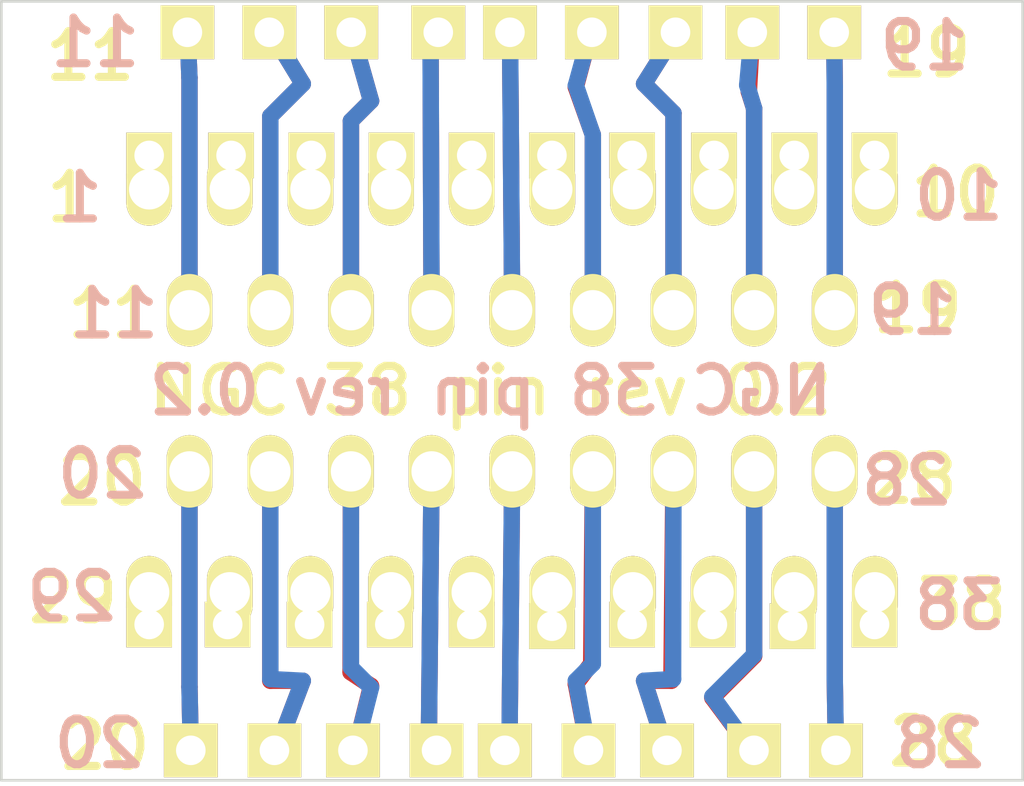
<source format=kicad_pcb>
(kicad_pcb (version 3) (host pcbnew "(2013-07-07 BZR 4022)-stable")

  (general
    (links 38)
    (no_connects 0)
    (area 130.949999 132.969 169.050001 165.053714)
    (thickness 1.6)
    (drawings 30)
    (tracks 96)
    (zones 0)
    (modules 5)
    (nets 39)
  )

  (page A)
  (title_block 
    (title "NGC 38 pin")
    (rev R0.1)
    (company gerefi)
  )

  (layers
    (15 F.Cu signal)
    (0 B.Cu signal)
    (16 B.Adhes user)
    (17 F.Adhes user)
    (18 B.Paste user)
    (19 F.Paste user)
    (20 B.SilkS user)
    (21 F.SilkS user)
    (22 B.Mask user)
    (23 F.Mask user)
    (24 Dwgs.User user)
    (25 Cmts.User user)
    (26 Eco1.User user)
    (27 Eco2.User user)
    (28 Edge.Cuts user)
  )

  (setup
    (last_trace_width 0.6096)
    (trace_clearance 0.254)
    (zone_clearance 0.508)
    (zone_45_only no)
    (trace_min 0.254)
    (segment_width 0.2)
    (edge_width 0.1)
    (via_size 0.889)
    (via_drill 0.635)
    (via_min_size 0.889)
    (via_min_drill 0.508)
    (uvia_size 0.508)
    (uvia_drill 0.127)
    (uvias_allowed no)
    (uvia_min_size 0.508)
    (uvia_min_drill 0.127)
    (pcb_text_width 0.3)
    (pcb_text_size 1.5 1.5)
    (mod_edge_width 0.15)
    (mod_text_size 1 1)
    (mod_text_width 0.15)
    (pad_size 2 2)
    (pad_drill 1.1)
    (pad_to_mask_clearance 0)
    (aux_axis_origin 0 0)
    (visible_elements 7FFFFB3F)
    (pcbplotparams
      (layerselection 334528513)
      (usegerberextensions true)
      (excludeedgelayer true)
      (linewidth 0.150000)
      (plotframeref false)
      (viasonmask false)
      (mode 1)
      (useauxorigin false)
      (hpglpennumber 1)
      (hpglpenspeed 20)
      (hpglpendiameter 15)
      (hpglpenoverlay 2)
      (psnegative false)
      (psa4output false)
      (plotreference true)
      (plotvalue true)
      (plotothertext true)
      (plotinvisibletext false)
      (padsonsilk false)
      (subtractmaskfromsilk false)
      (outputformat 1)
      (mirror false)
      (drillshape 0)
      (scaleselection 1)
      (outputdirectory NGC_38_connector_gerber))
  )

  (net 0 "")
  (net 1 N-000001)
  (net 2 N-0000010)
  (net 3 N-0000011)
  (net 4 N-0000012)
  (net 5 N-0000013)
  (net 6 N-0000014)
  (net 7 N-0000015)
  (net 8 N-0000016)
  (net 9 N-0000017)
  (net 10 N-0000018)
  (net 11 N-0000019)
  (net 12 N-000002)
  (net 13 N-0000020)
  (net 14 N-0000021)
  (net 15 N-0000022)
  (net 16 N-0000023)
  (net 17 N-0000024)
  (net 18 N-0000025)
  (net 19 N-0000026)
  (net 20 N-0000027)
  (net 21 N-0000028)
  (net 22 N-0000029)
  (net 23 N-000003)
  (net 24 N-0000030)
  (net 25 N-0000031)
  (net 26 N-0000032)
  (net 27 N-0000033)
  (net 28 N-0000034)
  (net 29 N-0000035)
  (net 30 N-0000036)
  (net 31 N-0000037)
  (net 32 N-0000038)
  (net 33 N-000004)
  (net 34 N-000005)
  (net 35 N-000006)
  (net 36 N-000007)
  (net 37 N-000008)
  (net 38 N-000009)

  (net_class Default "This is the default net class."
    (clearance 0.254)
    (trace_width 0.6096)
    (via_dia 0.889)
    (via_drill 0.635)
    (uvia_dia 0.508)
    (uvia_drill 0.127)
    (add_net "")
    (add_net N-000001)
    (add_net N-0000010)
    (add_net N-0000011)
    (add_net N-0000012)
    (add_net N-0000013)
    (add_net N-0000014)
    (add_net N-0000015)
    (add_net N-0000016)
    (add_net N-0000017)
    (add_net N-0000018)
    (add_net N-0000019)
    (add_net N-000002)
    (add_net N-0000020)
    (add_net N-0000021)
    (add_net N-0000022)
    (add_net N-0000023)
    (add_net N-0000024)
    (add_net N-0000025)
    (add_net N-0000026)
    (add_net N-0000027)
    (add_net N-0000028)
    (add_net N-0000029)
    (add_net N-000003)
    (add_net N-0000030)
    (add_net N-0000031)
    (add_net N-0000032)
    (add_net N-0000033)
    (add_net N-0000034)
    (add_net N-0000035)
    (add_net N-0000036)
    (add_net N-0000037)
    (add_net N-0000038)
    (add_net N-000004)
    (add_net N-000005)
    (add_net N-000006)
    (add_net N-000007)
    (add_net N-000008)
    (add_net N-000009)
  )

  (module SIL-10 (layer F.Cu) (tedit 5569DE2C) (tstamp 5569D8A5)
    (at 149.708 141.237)
    (descr "Connecteur 10 pins")
    (tags "CONN DEV")
    (path /543BAEB3)
    (fp_text reference P2 (at -14.605 0) (layer F.SilkS) hide
      (effects (font (size 1.72974 1.08712) (thickness 0.27178)))
    )
    (fp_text value CONN_10 (at 6.35 -2.54) (layer F.SilkS) hide
      (effects (font (size 1.524 1.016) (thickness 0.254)))
    )
    (pad 1 thru_hole rect (at -13.208 0) (size 1.7 1.7) (drill 1.1)
      (layers *.Cu *.Mask F.SilkS)
      (net 3 N-0000011)
    )
    (pad 2 thru_hole rect (at -10.16 0) (size 1.7 1.7) (drill 1.1)
      (layers *.Cu *.Mask F.SilkS)
      (net 2 N-0000010)
    )
    (pad 3 thru_hole rect (at -7.1755 0) (size 1.7 1.7) (drill 1.1)
      (layers *.Cu *.Mask F.SilkS)
      (net 38 N-000009)
    )
    (pad 4 thru_hole rect (at -4.191 0) (size 1.7 1.7) (drill 1.1)
      (layers *.Cu *.Mask F.SilkS)
      (net 37 N-000008)
    )
    (pad 5 thru_hole rect (at -1.2065 0) (size 1.7 1.7) (drill 1.1)
      (layers *.Cu *.Mask F.SilkS)
      (net 36 N-000007)
    )
    (pad 6 thru_hole rect (at 1.778 0) (size 1.7 1.7) (drill 1.1)
      (layers *.Cu *.Mask F.SilkS)
      (net 35 N-000006)
    )
    (pad 7 thru_hole rect (at 4.7625 0) (size 1.7 1.7) (drill 1.1)
      (layers *.Cu *.Mask F.SilkS)
      (net 34 N-000005)
    )
    (pad 8 thru_hole rect (at 7.8105 0) (size 1.7 1.7) (drill 1.1)
      (layers *.Cu *.Mask F.SilkS)
      (net 33 N-000004)
    )
    (pad 9 thru_hole rect (at 10.795 0) (size 1.7 1.7) (drill 1.1)
      (layers *.Cu *.Mask F.SilkS)
      (net 23 N-000003)
    )
    (pad 10 thru_hole rect (at 13.7795 0) (size 1.7 1.7) (drill 1.1)
      (layers *.Cu *.Mask F.SilkS)
      (net 12 N-000002)
    )
  )

  (module SIL-9 (layer F.Cu) (tedit 5569EAD8) (tstamp 543ED05C)
    (at 149.733 163.3855)
    (descr "Connecteur 9 pins")
    (tags "CONN DEV")
    (path /543ECFDE)
    (fp_text reference P5 (at -13.335 0) (layer F.SilkS) hide
      (effects (font (size 1.72974 1.08712) (thickness 0.27178)))
    )
    (fp_text value CONN_9 (at 5.08 -2.54) (layer F.SilkS) hide
      (effects (font (size 1.524 1.016) (thickness 0.254)))
    )
    (pad 1 thru_hole rect (at -11.684 0) (size 2 2) (drill 1.1)
      (layers *.Cu *.Mask F.SilkS)
      (net 8 N-0000016)
    )
    (pad 2 thru_hole rect (at -8.5725 0) (size 2 2) (drill 1.1)
      (layers *.Cu *.Mask F.SilkS)
      (net 21 N-0000028)
    )
    (pad 3 thru_hole rect (at -5.6515 0) (size 2 2) (drill 1.1)
      (layers *.Cu *.Mask F.SilkS)
      (net 20 N-0000027)
    )
    (pad 4 thru_hole rect (at -2.54 0) (size 2 2) (drill 1.1)
      (layers *.Cu *.Mask F.SilkS)
      (net 19 N-0000026)
    )
    (pad 5 thru_hole rect (at 0 0) (size 2 2) (drill 1.1)
      (layers *.Cu *.Mask F.SilkS)
      (net 18 N-0000025)
    )
    (pad 6 thru_hole rect (at 3.1115 0) (size 2 2) (drill 1.1)
      (layers *.Cu *.Mask F.SilkS)
      (net 17 N-0000024)
    )
    (pad 7 thru_hole rect (at 6.0325 0) (size 2 2) (drill 1.1)
      (layers *.Cu *.Mask F.SilkS)
      (net 16 N-0000023)
    )
    (pad 8 thru_hole rect (at 9.271 0) (size 2 2) (drill 1.1)
      (layers *.Cu *.Mask F.SilkS)
      (net 15 N-0000022)
    )
    (pad 9 thru_hole rect (at 12.319 0) (size 2 2) (drill 1.1)
      (layers *.Cu *.Mask F.SilkS)
      (net 14 N-0000021)
    )
  )

  (module SIL-9 (layer F.Cu) (tedit 5569EACB) (tstamp 543ED06E)
    (at 149.7965 136.652)
    (descr "Connecteur 9 pins")
    (tags "CONN DEV")
    (path /543ECFEB)
    (fp_text reference P3 (at -13.09 0.11) (layer F.SilkS) hide
      (effects (font (size 1.72974 1.08712) (thickness 0.27178)))
    )
    (fp_text value CONN_9 (at 5.08 -2.54) (layer F.SilkS) hide
      (effects (font (size 1.524 1.016) (thickness 0.254)))
    )
    (pad 1 thru_hole rect (at -11.8745 0) (size 2 2) (drill 1.1)
      (layers *.Cu *.Mask F.SilkS)
      (net 13 N-0000020)
    )
    (pad 2 thru_hole rect (at -8.8265 0) (size 2 2) (drill 1.1)
      (layers *.Cu *.Mask F.SilkS)
      (net 11 N-0000019)
    )
    (pad 3 thru_hole rect (at -5.7785 0) (size 2 2) (drill 1.1)
      (layers *.Cu *.Mask F.SilkS)
      (net 10 N-0000018)
    )
    (pad 4 thru_hole rect (at -2.54 0) (size 2 2) (drill 1.1)
      (layers *.Cu *.Mask F.SilkS)
      (net 9 N-0000017)
    )
    (pad 5 thru_hole rect (at 0.127 0) (size 2 2) (drill 1.1)
      (layers *.Cu *.Mask F.SilkS)
      (net 1 N-000001)
    )
    (pad 6 thru_hole rect (at 3.175 0) (size 2 2) (drill 1.1)
      (layers *.Cu *.Mask F.SilkS)
      (net 7 N-0000015)
    )
    (pad 7 thru_hole rect (at 6.2865 0) (size 2 2) (drill 1.1)
      (layers *.Cu *.Mask F.SilkS)
      (net 6 N-0000014)
    )
    (pad 8 thru_hole rect (at 9.144 0) (size 2 2) (drill 1.1)
      (layers *.Cu *.Mask F.SilkS)
      (net 5 N-0000013)
    )
    (pad 9 thru_hole rect (at 12.192 0) (size 2 2) (drill 1.1)
      (layers *.Cu *.Mask F.SilkS)
      (net 4 N-0000012)
    )
  )

  (module SIL-10 (layer F.Cu) (tedit 5569E2BE) (tstamp 543ED081)
    (at 149.2635 158.6995)
    (descr "Connecteur 10 pins")
    (tags "CONN DEV")
    (path /543ECFCF)
    (fp_text reference P4 (at -14.605 0) (layer F.SilkS) hide
      (effects (font (size 1.72974 1.08712) (thickness 0.27178)))
    )
    (fp_text value CONN_10 (at 6.35 -2.54) (layer F.SilkS) hide
      (effects (font (size 1.524 1.016) (thickness 0.254)))
    )
    (pad 1 thru_hole rect (at -12.7635 0) (size 1.7 1.7) (drill 1.1)
      (layers *.Cu *.Mask F.SilkS)
      (net 29 N-0000035)
    )
    (pad 2 thru_hole rect (at -9.8425 0) (size 1.7 1.7) (drill 1.1)
      (layers *.Cu *.Mask F.SilkS)
      (net 28 N-0000034)
    )
    (pad 3 thru_hole rect (at -6.7945 0) (size 1.7 1.7) (drill 1.1)
      (layers *.Cu *.Mask F.SilkS)
      (net 22 N-0000029)
    )
    (pad 4 thru_hole rect (at -3.81 0) (size 1.7 1.7) (drill 1.1)
      (layers *.Cu *.Mask F.SilkS)
      (net 26 N-0000032)
    )
    (pad 5 thru_hole rect (at -0.762 0) (size 1.7 1.7) (drill 1.1)
      (layers *.Cu *.Mask F.SilkS)
      (net 25 N-0000031)
    )
    (pad 6 thru_hole rect (at 2.2225 0.0635) (size 1.7 1.7) (drill 1.1)
      (layers *.Cu *.Mask F.SilkS)
      (net 24 N-0000030)
    )
    (pad 7 thru_hole rect (at 5.207 0) (size 1.7 1.7) (drill 1.1)
      (layers *.Cu *.Mask F.SilkS)
      (net 32 N-0000038)
    )
    (pad 8 thru_hole rect (at 8.1915 0) (size 1.7 1.7) (drill 1.1)
      (layers *.Cu *.Mask F.SilkS)
      (net 31 N-0000037)
    )
    (pad 9 thru_hole rect (at 11.176 0.0635) (size 1.7 1.7) (drill 1.1)
      (layers *.Cu *.Mask F.SilkS)
      (net 30 N-0000036)
    )
    (pad 10 thru_hole rect (at 14.224 0) (size 1.7 1.7) (drill 1.1)
      (layers *.Cu *.Mask F.SilkS)
      (net 27 N-0000033)
    )
  )

  (module PCM_C1 (layer F.Cu) (tedit 54478AE1) (tstamp 5446FAEB)
    (at 136.5 150)
    (descr PCM_CON_4x38_C1)
    (tags PCM_CON_4x38_C1)
    (path /543BAB9B)
    (fp_text reference P1 (at -1.27 0) (layer F.SilkS) hide
      (effects (font (size 1.5 1) (thickness 0.15)))
    )
    (fp_text value DIL38 (at -2.25 0) (layer F.SilkS) hide
      (effects (font (size 1.5 1) (thickness 0.15)))
    )
    (pad 1 thru_hole oval (at 0 -7.5) (size 1.7 2.7) (drill 1.5)
      (layers *.Cu *.Mask F.SilkS)
      (net 3 N-0000011)
      (zone_connect 2)
    )
    (pad 2 thru_hole oval (at 3 -7.5) (size 1.7 2.7) (drill 1.5)
      (layers *.Cu *.Mask F.SilkS)
      (net 2 N-0000010)
    )
    (pad 3 thru_hole oval (at 6 -7.5) (size 1.7 2.7) (drill 1.5)
      (layers *.Cu *.Mask F.SilkS)
      (net 38 N-000009)
    )
    (pad 4 thru_hole oval (at 9 -7.5) (size 1.7 2.7) (drill 1.5)
      (layers *.Cu *.Mask F.SilkS)
      (net 37 N-000008)
    )
    (pad 5 thru_hole oval (at 12 -7.5) (size 1.7 2.7) (drill 1.5)
      (layers *.Cu *.Mask F.SilkS)
      (net 36 N-000007)
    )
    (pad 6 thru_hole oval (at 15 -7.5) (size 1.7 2.7) (drill 1.5)
      (layers *.Cu *.Mask F.SilkS)
      (net 35 N-000006)
    )
    (pad 7 thru_hole oval (at 18 -7.5) (size 1.7 2.7) (drill 1.5)
      (layers *.Cu *.Mask F.SilkS)
      (net 34 N-000005)
    )
    (pad 8 thru_hole oval (at 21 -7.5) (size 1.7 2.7) (drill 1.5)
      (layers *.Cu *.Mask F.SilkS)
      (net 33 N-000004)
    )
    (pad 9 thru_hole oval (at 24 -7.5) (size 1.7 2.7) (drill 1.5)
      (layers *.Cu *.Mask F.SilkS)
      (net 23 N-000003)
    )
    (pad 10 thru_hole oval (at 27 -7.5) (size 1.7 2.7) (drill 1.5)
      (layers *.Cu *.Mask F.SilkS)
      (net 12 N-000002)
    )
    (pad 29 thru_hole oval (at 0 7.5) (size 1.7 2.7) (drill 1.5)
      (layers *.Cu *.Mask F.SilkS)
      (net 29 N-0000035)
    )
    (pad 30 thru_hole oval (at 3 7.5) (size 1.7 2.7) (drill 1.5)
      (layers *.Cu *.Mask F.SilkS)
      (net 28 N-0000034)
    )
    (pad 31 thru_hole oval (at 6 7.5) (size 1.7 2.7) (drill 1.5)
      (layers *.Cu *.Mask F.SilkS)
      (net 22 N-0000029)
    )
    (pad 32 thru_hole oval (at 9 7.5) (size 1.7 2.7) (drill 1.5)
      (layers *.Cu *.Mask F.SilkS)
      (net 26 N-0000032)
    )
    (pad 33 thru_hole oval (at 12 7.5) (size 1.7 2.7) (drill 1.5)
      (layers *.Cu *.Mask F.SilkS)
      (net 25 N-0000031)
    )
    (pad 34 thru_hole oval (at 15 7.5) (size 1.7 2.7) (drill 1.5)
      (layers *.Cu *.Mask F.SilkS)
      (net 24 N-0000030)
    )
    (pad 35 thru_hole oval (at 18 7.5) (size 1.7 2.7) (drill 1.5)
      (layers *.Cu *.Mask F.SilkS)
      (net 32 N-0000038)
    )
    (pad 36 thru_hole oval (at 21 7.5) (size 1.7 2.7) (drill 1.5)
      (layers *.Cu *.Mask F.SilkS)
      (net 31 N-0000037)
    )
    (pad 37 thru_hole oval (at 24 7.5) (size 1.7 2.7) (drill 1.5)
      (layers *.Cu *.Mask F.SilkS)
      (net 30 N-0000036)
    )
    (pad 38 thru_hole oval (at 27 7.5) (size 1.7 2.7) (drill 1.5)
      (layers *.Cu *.Mask F.SilkS)
      (net 27 N-0000033)
    )
    (pad 11 thru_hole oval (at 1.5 -3) (size 1.7 2.7) (drill 1.5)
      (layers *.Cu *.Mask F.SilkS)
      (net 13 N-0000020)
    )
    (pad 12 thru_hole oval (at 4.508 -3) (size 1.7 2.7) (drill 1.5)
      (layers *.Cu *.Mask F.SilkS)
      (net 11 N-0000019)
    )
    (pad 13 thru_hole oval (at 7.508 -3) (size 1.7 2.7) (drill 1.5)
      (layers *.Cu *.Mask F.SilkS)
      (net 10 N-0000018)
    )
    (pad 14 thru_hole oval (at 10.508 -3) (size 1.7 2.7) (drill 1.5)
      (layers *.Cu *.Mask F.SilkS)
      (net 9 N-0000017)
    )
    (pad 15 thru_hole oval (at 13.508 -3) (size 1.7 2.7) (drill 1.5)
      (layers *.Cu *.Mask F.SilkS)
      (net 1 N-000001)
    )
    (pad 16 thru_hole oval (at 16.508 -3) (size 1.7 2.7) (drill 1.5)
      (layers *.Cu *.Mask F.SilkS)
      (net 7 N-0000015)
    )
    (pad 17 thru_hole oval (at 19.508 -3) (size 1.7 2.7) (drill 1.5)
      (layers *.Cu *.Mask F.SilkS)
      (net 6 N-0000014)
    )
    (pad 18 thru_hole oval (at 22.508 -3) (size 1.7 2.7) (drill 1.5)
      (layers *.Cu *.Mask F.SilkS)
      (net 5 N-0000013)
    )
    (pad 19 thru_hole oval (at 25.508 -3) (size 1.7 2.7) (drill 1.5)
      (layers *.Cu *.Mask F.SilkS)
      (net 4 N-0000012)
    )
    (pad 20 thru_hole oval (at 1.5 3) (size 1.7 2.7) (drill 1.5)
      (layers *.Cu *.Mask F.SilkS)
      (net 8 N-0000016)
    )
    (pad 21 thru_hole oval (at 4.508 3) (size 1.7 2.7) (drill 1.5)
      (layers *.Cu *.Mask F.SilkS)
      (net 21 N-0000028)
    )
    (pad 22 thru_hole oval (at 7.508 3) (size 1.7 2.7) (drill 1.5)
      (layers *.Cu *.Mask F.SilkS)
      (net 20 N-0000027)
    )
    (pad 23 thru_hole oval (at 10.508 3) (size 1.7 2.7) (drill 1.5)
      (layers *.Cu *.Mask F.SilkS)
      (net 19 N-0000026)
    )
    (pad 24 thru_hole oval (at 13.508 3) (size 1.7 2.7) (drill 1.5)
      (layers *.Cu *.Mask F.SilkS)
      (net 18 N-0000025)
    )
    (pad 25 thru_hole oval (at 16.508 3) (size 1.7 2.7) (drill 1.5)
      (layers *.Cu *.Mask F.SilkS)
      (net 17 N-0000024)
    )
    (pad 26 thru_hole oval (at 19.508 3) (size 1.7 2.7) (drill 1.5)
      (layers *.Cu *.Mask F.SilkS)
      (net 16 N-0000023)
    )
    (pad 27 thru_hole oval (at 22.508 3) (size 1.7 2.7) (drill 1.5)
      (layers *.Cu *.Mask F.SilkS)
      (net 15 N-0000022)
    )
    (pad 28 thru_hole oval (at 25.508 3) (size 1.7 2.7) (drill 1.5)
      (layers *.Cu *.Mask F.SilkS)
      (net 14 N-0000021)
    )
  )

  (gr_text 20 (at 134.62 163.1315) (layer B.SilkS)
    (effects (font (size 1.7 1.7) (thickness 0.3)) (justify mirror))
  )
  (gr_text 20 (at 134.747 153.0985) (layer B.SilkS)
    (effects (font (size 1.7 1.7) (thickness 0.3)) (justify mirror))
  )
  (gr_text 28 (at 165.9255 163.1315) (layer B.SilkS)
    (effects (font (size 1.7 1.7) (thickness 0.3)) (justify mirror))
  )
  (gr_text 28 (at 164.6555 153.3525) (layer B.SilkS)
    (effects (font (size 1.7 1.7) (thickness 0.3)) (justify mirror))
  )
  (gr_text 28 (at 164.9095 153.289) (layer F.SilkS)
    (effects (font (size 1.7 1.7) (thickness 0.3)))
  )
  (gr_text 28 (at 165.6715 163.068) (layer F.SilkS)
    (effects (font (size 1.7 1.7) (thickness 0.3)))
  )
  (gr_text 20 (at 134.874 163.195) (layer F.SilkS)
    (effects (font (size 1.7 1.7) (thickness 0.3)))
  )
  (gr_text 20 (at 134.747 153.3525) (layer F.SilkS)
    (effects (font (size 1.7 1.7) (thickness 0.3)))
  )
  (gr_text 38 (at 166.751 157.9245) (layer F.SilkS)
    (effects (font (size 1.7 1.7) (thickness 0.3)))
  )
  (gr_text 29 (at 133.6675 157.734) (layer F.SilkS)
    (effects (font (size 1.7 1.7) (thickness 0.3)))
  )
  (gr_text 29 (at 133.604 157.6705) (layer B.SilkS)
    (effects (font (size 1.7 1.7) (thickness 0.3)) (justify mirror))
  )
  (gr_text 11 (at 135.1915 147.1295) (layer B.SilkS)
    (effects (font (size 1.7 1.7) (thickness 0.3)) (justify mirror))
  )
  (gr_text 11 (at 134.493 137.033) (layer B.SilkS)
    (effects (font (size 1.7 1.7) (thickness 0.3)) (justify mirror))
  )
  (gr_text 11 (at 135.128 147.1295) (layer F.SilkS)
    (effects (font (size 1.7 1.7) (thickness 0.3)))
  )
  (gr_text 11 (at 134.3025 137.541) (layer F.SilkS)
    (effects (font (size 1.7 1.7) (thickness 0.3)))
  )
  (gr_text 1 (at 133.5405 142.8115) (layer F.SilkS)
    (effects (font (size 1.7 1.7) (thickness 0.3)))
  )
  (gr_text 1 (at 133.9215 142.8115) (layer B.SilkS)
    (effects (font (size 1.7 1.7) (thickness 0.3)) (justify mirror))
  )
  (gr_text 19 (at 165.354 137.16) (layer B.SilkS)
    (effects (font (size 1.7 1.7) (thickness 0.3)) (justify mirror))
  )
  (gr_text 19 (at 165.4175 137.414) (layer F.SilkS)
    (effects (font (size 1.7 1.7) (thickness 0.3)))
  )
  (gr_text 19 (at 165.1 146.939) (layer F.SilkS)
    (effects (font (size 1.7 1.7) (thickness 0.3)))
  )
  (gr_text 10 (at 166.497 142.621) (layer F.SilkS)
    (effects (font (size 1.7 1.7) (thickness 0.3)))
  )
  (gr_text 38 (at 166.624 157.988) (layer B.SilkS)
    (effects (font (size 1.7 1.7) (thickness 0.3)) (justify mirror))
  )
  (gr_text 19 (at 164.9095 147.0025) (layer B.SilkS)
    (effects (font (size 1.7 1.7) (thickness 0.3)) (justify mirror))
  )
  (gr_text 10 (at 166.624 142.748) (layer B.SilkS)
    (effects (font (size 1.7 1.7) (thickness 0.3)) (justify mirror))
  )
  (gr_text "NGC 38 pin rev 0.2" (at 149.2 150) (layer B.SilkS)
    (effects (font (size 1.7 1.7) (thickness 0.3)) (justify mirror))
  )
  (gr_line (start 169 135.5) (end 131 135.5) (angle 90) (layer Edge.Cuts) (width 0.1))
  (gr_line (start 169 164.5) (end 169 135.5) (angle 90) (layer Edge.Cuts) (width 0.1))
  (gr_line (start 131 164.5) (end 131 135.5) (angle 90) (layer Edge.Cuts) (width 0.1))
  (gr_line (start 169 164.5) (end 131 164.5) (angle 90) (layer Edge.Cuts) (width 0.1))
  (gr_text "NGC 38 pin rev 0.2" (at 149.2 150) (layer F.SilkS)
    (effects (font (size 1.7 1.7) (thickness 0.3)))
  )

  (segment (start 150.008 147) (end 149.9235 136.271) (width 0.6096) (layer F.Cu) (net 1) (status 20))
  (segment (start 149.9235 136.271) (end 149.9235 136.271) (width 0.6096) (layer F.Cu) (net 1) (tstamp 54471B44) (status 30))
  (segment (start 150.008 147) (end 149.9235 136.271) (width 0.6096) (layer B.Cu) (net 1) (status 20))
  (segment (start 149.9235 136.271) (end 149.9235 136.271) (width 0.6096) (layer B.Cu) (net 1) (tstamp 544718A4) (status 30))
  (segment (start 149.9235 136.271) (end 149.9235 136.271) (width 0.254) (layer F.Cu) (net 1) (tstamp 544638F0) (status 30))
  (segment (start 162.008 147) (end 162.008 138.678) (width 0.6096) (layer F.Cu) (net 4))
  (segment (start 162.008 138.678) (end 161.9885 136.5885) (width 0.6096) (layer F.Cu) (net 4) (tstamp 54471B02) (status 20))
  (segment (start 162.008 147) (end 162.008 138.678) (width 0.6096) (layer B.Cu) (net 4))
  (segment (start 162.008 138.678) (end 161.9885 136.5885) (width 0.6096) (layer B.Cu) (net 4) (tstamp 5447186E) (status 20))
  (segment (start 159.008 147) (end 159.008 139.488) (width 0.6096) (layer F.Cu) (net 5))
  (segment (start 159.008 139.488) (end 158.8135 138.8745) (width 0.6096) (layer F.Cu) (net 5) (tstamp 54471B13))
  (segment (start 158.8135 138.8745) (end 158.9405 136.525) (width 0.6096) (layer F.Cu) (net 5) (tstamp 54471B15) (status 20))
  (segment (start 159.008 147) (end 159.008 139.488) (width 0.6096) (layer B.Cu) (net 5))
  (segment (start 158.75 138.6205) (end 158.9405 136.525) (width 0.6096) (layer B.Cu) (net 5) (tstamp 54471882) (status 20))
  (segment (start 159.008 139.488) (end 158.75 138.6205) (width 0.6096) (layer B.Cu) (net 5) (tstamp 5447187B))
  (segment (start 156.008 147) (end 156.008 139.663) (width 0.6096) (layer F.Cu) (net 6))
  (segment (start 156.008 139.663) (end 154.915 138.57) (width 0.6096) (layer F.Cu) (net 6) (tstamp 54471B24))
  (segment (start 154.915 138.57) (end 156.083 136.7155) (width 0.6096) (layer F.Cu) (net 6) (tstamp 54471B26) (status 20))
  (segment (start 156.008 147) (end 156.008 139.663) (width 0.6096) (layer B.Cu) (net 6))
  (segment (start 154.915 138.57) (end 156.083 136.7155) (width 0.6096) (layer B.Cu) (net 6) (tstamp 5447188D) (status 20))
  (segment (start 156.008 139.663) (end 154.915 138.57) (width 0.6096) (layer B.Cu) (net 6) (tstamp 5447188B))
  (segment (start 153.008 147) (end 153.008 140.473) (width 0.6096) (layer F.Cu) (net 7))
  (segment (start 152.375 138.697) (end 152.9715 136.4615) (width 0.6096) (layer F.Cu) (net 7) (tstamp 54471B36) (status 20))
  (segment (start 153.008 147) (end 153.008 140.473) (width 0.6096) (layer B.Cu) (net 7))
  (segment (start 152.375 138.6335) (end 152.9715 136.4615) (width 0.6096) (layer B.Cu) (net 7) (tstamp 5447189B) (status 20))
  (segment (start 153.008 140.473) (end 152.375 138.697) (width 0.6096) (layer F.Cu) (net 7) (tstamp 54471B34))
  (segment (start 153.008 140.473) (end 152.375 138.6335) (width 0.6096) (layer B.Cu) (net 7) (tstamp 54471897))
  (segment (start 138 153) (end 138 161.025) (width 0.6096) (layer F.Cu) (net 8))
  (segment (start 138 161.025) (end 138.049 163.322) (width 0.6096) (layer F.Cu) (net 8) (tstamp 54471A81) (status 20))
  (segment (start 138 153) (end 138 161.025) (width 0.6096) (layer B.Cu) (net 8))
  (segment (start 138 161.025) (end 138.049 163.322) (width 0.6096) (layer B.Cu) (net 8) (tstamp 544717A5) (status 20))
  (segment (start 147.008 147) (end 146.9695 136.939) (width 0.6096) (layer F.Cu) (net 9) (status 20))
  (segment (start 146.9695 136.939) (end 147.2565 136.652) (width 0.6096) (layer F.Cu) (net 9) (tstamp 54471B53) (status 30))
  (segment (start 147.008 147) (end 146.9695 136.939) (width 0.6096) (layer B.Cu) (net 9) (status 20))
  (segment (start 146.9695 136.939) (end 147.2565 136.652) (width 0.6096) (layer B.Cu) (net 9) (tstamp 544718AE) (status 30))
  (segment (start 144.008 147) (end 144.008 139.952) (width 0.6096) (layer F.Cu) (net 10))
  (segment (start 144.008 139.952) (end 144.755 139.205) (width 0.6096) (layer F.Cu) (net 10) (tstamp 54471B62))
  (segment (start 144.755 139.205) (end 144.018 136.5885) (width 0.6096) (layer F.Cu) (net 10) (tstamp 54471B64) (status 20))
  (segment (start 144.008 147) (end 144.008 139.952) (width 0.6096) (layer B.Cu) (net 10))
  (segment (start 144.755 139.205) (end 144.018 136.5885) (width 0.6096) (layer B.Cu) (net 10) (tstamp 544718BB) (status 20))
  (segment (start 144.008 139.952) (end 144.755 139.205) (width 0.6096) (layer B.Cu) (net 10) (tstamp 544718B8))
  (segment (start 141.008 147) (end 141.008 139.777) (width 0.6096) (layer F.Cu) (net 11))
  (segment (start 141.008 139.777) (end 142.215 138.57) (width 0.6096) (layer F.Cu) (net 11) (tstamp 54471B72))
  (segment (start 142.215 138.57) (end 140.97 136.525) (width 0.6096) (layer F.Cu) (net 11) (tstamp 54471B75) (status 20))
  (segment (start 141.008 147) (end 141.008 139.777) (width 0.6096) (layer B.Cu) (net 11))
  (segment (start 142.215 138.57) (end 140.97 136.525) (width 0.6096) (layer B.Cu) (net 11) (tstamp 544718C6) (status 20))
  (segment (start 141.008 139.777) (end 142.215 138.57) (width 0.6096) (layer B.Cu) (net 11) (tstamp 544718C4))
  (segment (start 138 147) (end 138 138.34) (width 0.6096) (layer F.Cu) (net 13))
  (segment (start 138 138.34) (end 137.922 136.5885) (width 0.6096) (layer F.Cu) (net 13) (tstamp 54471B84) (status 20))
  (segment (start 138 147) (end 138 138.34) (width 0.6096) (layer B.Cu) (net 13))
  (segment (start 138 138.34) (end 137.922 136.5885) (width 0.6096) (layer B.Cu) (net 13) (tstamp 544718CF) (status 20))
  (segment (start 162.008 153) (end 162.008 160.687) (width 0.6096) (layer F.Cu) (net 14))
  (segment (start 162.008 160.687) (end 162.052 163.322) (width 0.6096) (layer F.Cu) (net 14) (tstamp 54471ADE) (status 20))
  (segment (start 162.008 153) (end 162.008 160.687) (width 0.6096) (layer B.Cu) (net 14))
  (segment (start 162.008 160.687) (end 162.052 163.322) (width 0.6096) (layer B.Cu) (net 14) (tstamp 54471815) (status 20))
  (segment (start 159.008 153) (end 159.008 159.877) (width 0.6096) (layer F.Cu) (net 15))
  (segment (start 159.008 159.877) (end 157.455 161.43) (width 0.6096) (layer F.Cu) (net 15) (tstamp 54471AD2))
  (segment (start 157.455 161.43) (end 159.004 163.5125) (width 0.6096) (layer F.Cu) (net 15) (tstamp 54471AD4) (status 20))
  (segment (start 159.008 153) (end 159.008 159.828318) (width 0.6096) (layer B.Cu) (net 15))
  (segment (start 157.455 161.381318) (end 159.004 163.5125) (width 0.6096) (layer B.Cu) (net 15) (tstamp 5447180C) (status 20))
  (segment (start 159.008 159.828318) (end 157.455 161.381318) (width 0.6096) (layer B.Cu) (net 15) (tstamp 54471809))
  (segment (start 156.008 153) (end 155.931 160.795) (width 0.6096) (layer F.Cu) (net 16))
  (segment (start 155.931 160.795) (end 154.915 160.795) (width 0.6096) (layer F.Cu) (net 16) (tstamp 54471AC8))
  (segment (start 154.915 160.795) (end 155.7655 163.449) (width 0.6096) (layer F.Cu) (net 16) (tstamp 54471AC9) (status 20))
  (segment (start 156.008 153) (end 155.9945 160.7315) (width 0.6096) (layer B.Cu) (net 16))
  (segment (start 154.915 160.795) (end 155.7655 163.449) (width 0.6096) (layer B.Cu) (net 16) (tstamp 544717F9) (status 20))
  (segment (start 155.9945 160.7315) (end 154.915 160.795) (width 0.6096) (layer B.Cu) (net 16) (tstamp 544717F7))
  (segment (start 153.008 153) (end 152.9465 160.16) (width 0.6096) (layer F.Cu) (net 17))
  (segment (start 152.375 160.922) (end 152.8445 163.3855) (width 0.6096) (layer F.Cu) (net 17) (tstamp 54471ABF) (status 20))
  (segment (start 153.008 153) (end 153.008 160.162) (width 0.6096) (layer B.Cu) (net 17))
  (segment (start 152.375 160.795) (end 152.8445 163.3855) (width 0.6096) (layer B.Cu) (net 17) (tstamp 544717DF) (status 20))
  (segment (start 152.8445 163.3855) (end 152.8445 163.3855) (width 0.254) (layer F.Cu) (net 17) (tstamp 5446392F) (status 30))
  (segment (start 152.9465 160.16) (end 152.375 160.922) (width 0.6096) (layer F.Cu) (net 17) (tstamp 54471ABC))
  (segment (start 153.008 160.162) (end 152.375 160.795) (width 0.6096) (layer B.Cu) (net 17) (tstamp 544717DC))
  (segment (start 150.008 153) (end 149.906 163.2125) (width 0.6096) (layer F.Cu) (net 18) (status 20))
  (segment (start 149.906 163.2125) (end 149.733 163.3855) (width 0.6096) (layer F.Cu) (net 18) (tstamp 54471AB4) (status 30))
  (segment (start 150.008 153) (end 149.906 163.2125) (width 0.6096) (layer B.Cu) (net 18) (status 20))
  (segment (start 149.906 163.2125) (end 149.733 163.3855) (width 0.6096) (layer B.Cu) (net 18) (tstamp 544717D3) (status 30))
  (segment (start 149.746 163.3725) (end 149.733 163.3855) (width 0.254) (layer F.Cu) (net 18) (tstamp 5446392C) (status 30))
  (segment (start 147.008 153) (end 146.906 163.0985) (width 0.6096) (layer F.Cu) (net 19) (status 20))
  (segment (start 146.906 163.0985) (end 147.193 163.3855) (width 0.6096) (layer F.Cu) (net 19) (tstamp 54471AAB) (status 30))
  (segment (start 147.008 153) (end 146.906 163.0985) (width 0.6096) (layer B.Cu) (net 19) (status 20))
  (segment (start 146.906 163.0985) (end 147.193 163.3855) (width 0.6096) (layer B.Cu) (net 19) (tstamp 544717CB) (status 30))
  (segment (start 146.746 162.9385) (end 147.193 163.3855) (width 0.254) (layer F.Cu) (net 19) (tstamp 54463941) (status 30))
  (segment (start 144.008 153) (end 143.993 160.4775) (width 0.6096) (layer F.Cu) (net 20))
  (segment (start 143.993 160.4775) (end 144.755 160.9855) (width 0.6096) (layer F.Cu) (net 20) (tstamp 54471AA0))
  (segment (start 144.755 160.9855) (end 144.0815 163.703) (width 0.6096) (layer F.Cu) (net 20) (tstamp 54471AA3) (status 20))
  (segment (start 144.008 153) (end 144.008 160.302) (width 0.6096) (layer B.Cu) (net 20))
  (segment (start 144.755 161.049) (end 144.0815 163.703) (width 0.6096) (layer B.Cu) (net 20) (tstamp 544717C1) (status 20))
  (segment (start 144.008 160.302) (end 144.755 161.049) (width 0.6096) (layer B.Cu) (net 20) (tstamp 544717BF))
  (segment (start 141.008 153) (end 141.0085 160.795) (width 0.6096) (layer F.Cu) (net 21))
  (segment (start 141.0085 160.795) (end 142.215 160.795) (width 0.6096) (layer F.Cu) (net 21) (tstamp 54471A93))
  (segment (start 142.215 160.795) (end 141.1605 163.576) (width 0.6096) (layer F.Cu) (net 21) (tstamp 54471A96) (status 20))
  (segment (start 141.008 153) (end 141.0085 160.7315) (width 0.6096) (layer B.Cu) (net 21))
  (segment (start 142.215 160.795) (end 141.1605 163.576) (width 0.6096) (layer B.Cu) (net 21) (tstamp 544717B4) (status 20))
  (segment (start 141.0085 160.7315) (end 142.215 160.795) (width 0.6096) (layer B.Cu) (net 21) (tstamp 544717B2))

)

</source>
